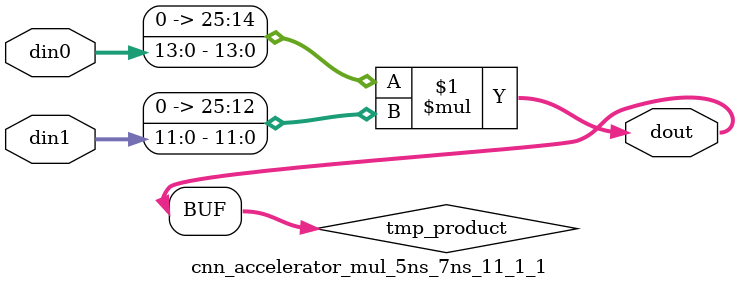
<source format=v>

`timescale 1 ns / 1 ps

 module cnn_accelerator_mul_5ns_7ns_11_1_1(din0, din1, dout);
parameter ID = 1;
parameter NUM_STAGE = 0;
parameter din0_WIDTH = 14;
parameter din1_WIDTH = 12;
parameter dout_WIDTH = 26;

input [din0_WIDTH - 1 : 0] din0; 
input [din1_WIDTH - 1 : 0] din1; 
output [dout_WIDTH - 1 : 0] dout;

wire signed [dout_WIDTH - 1 : 0] tmp_product;
























assign tmp_product = $signed({1'b0, din0}) * $signed({1'b0, din1});











assign dout = tmp_product;





















endmodule

</source>
